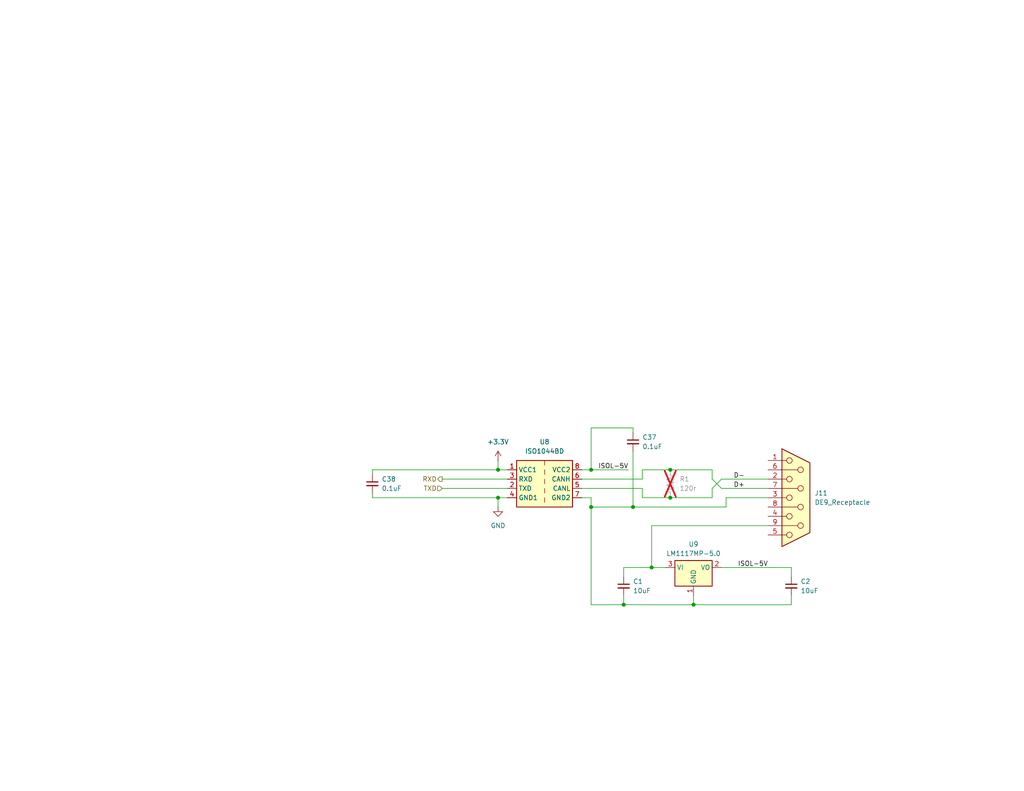
<source format=kicad_sch>
(kicad_sch (version 20231120) (generator "eeschema") (generator_version "8.0")
  (paper "A")
  (title_block (date "mar. 31 mars 2015"))
  (lib_symbols
    (symbol "Connector:DE9_Receptacle" (pin_names (offset 1.016) hide)
      (property "Reference" "J" (at 0 13.97 0))
      (property "Value" "DE9_Receptacle" (at 0 -14.605 0))
      (symbol "DE9_Receptacle_0_1"
        (circle (center -1.778 -10.16) (radius 0.762))
        (circle (center -1.778 -5.08) (radius 0.762))
        (circle (center -1.778 0) (radius 0.762))
        (circle (center -1.778 5.08) (radius 0.762))
        (circle (center -1.778 10.16) (radius 0.762))
        (polyline (pts (xy -3.81 -10.16) (xy -2.54 -10.16)))
        (polyline (pts (xy -3.81 -7.62) (xy 0.508 -7.62)))
        (polyline (pts (xy -3.81 -5.08) (xy -2.54 -5.08)))
        (polyline (pts (xy -3.81 -2.54) (xy 0.508 -2.54)))
        (polyline (pts (xy -3.81 0) (xy -2.54 0)))
        (polyline (pts (xy -3.81 2.54) (xy 0.508 2.54)))
        (polyline (pts (xy -3.81 5.08) (xy -2.54 5.08)))
        (polyline (pts (xy -3.81 7.62) (xy 0.508 7.62)))
        (polyline (pts (xy -3.81 10.16) (xy -2.54 10.16)))
        (polyline (pts (xy -3.81 13.335) (xy -3.81 -13.335) (xy 3.81 -9.525) (xy 3.81 9.525) (xy -3.81 13.335)) (stroke (width 0.254)) (fill (type background)))
        (circle (center 1.27 -7.62) (radius 0.762))
        (circle (center 1.27 -2.54) (radius 0.762))
        (circle (center 1.27 2.54) (radius 0.762))
        (circle (center 1.27 7.62) (radius 0.762))
      )
      (symbol "DE9_Receptacle_1_1"
        (pin passive line (at -7.62 10.16 0) (length 3.81) (name "1") (number "1"))
        (pin passive line (at -7.62 5.08 0) (length 3.81) (name "2") (number "2"))
        (pin passive line (at -7.62 0 0) (length 3.81) (name "3") (number "3"))
        (pin passive line (at -7.62 -5.08 0) (length 3.81) (name "4") (number "4"))
        (pin passive line (at -7.62 -10.16 0) (length 3.81) (name "5") (number "5"))
        (pin passive line (at -7.62 7.62 0) (length 3.81) (name "6") (number "6"))
        (pin passive line (at -7.62 2.54 0) (length 3.81) (name "7") (number "7"))
        (pin passive line (at -7.62 -2.54 0) (length 3.81) (name "8") (number "8"))
        (pin passive line (at -7.62 -7.62 0) (length 3.81) (name "9") (number "9"))
      )
    )
    (symbol "Device:C_Small" (pin_numbers hide) (pin_names (offset 0.254) hide)
      (property "Reference" "C" (at 0.254 1.778 0))
      (property "Value" "C_Small" (at 0.254 -2.032 0))
      (symbol "C_Small_0_1"
        (polyline (pts (xy -1.524 -0.508) (xy 1.524 -0.508)) (stroke (width 0.3302)))
        (polyline (pts (xy -1.524 0.508) (xy 1.524 0.508)) (stroke (width 0.3048)))
      )
      (symbol "C_Small_1_1"
        (pin passive line (at 0 2.54 270) (length 2.032) (name "~") (number "1"))
        (pin passive line (at 0 -2.54 90) (length 2.032) (name "~") (number "2"))
      )
    )
    (symbol "Device:R_US" (pin_numbers hide) (pin_names (offset 0))
      (property "Reference" "R" (at 2.54 0 90))
      (property "Value" "R_US" (at -2.54 0 90))
      (symbol "R_US_0_1"
        (polyline (pts (xy 0 -2.286) (xy 0 -2.54)))
        (polyline (pts (xy 0 2.286) (xy 0 2.54)))
        (polyline (pts (xy 0 -0.762) (xy 1.016 -1.143) (xy 0 -1.524) (xy -1.016 -1.905) (xy 0 -2.286)))
        (polyline (pts (xy 0 0.762) (xy 1.016 0.381) (xy 0 0) (xy -1.016 -0.381) (xy 0 -0.762)))
        (polyline (pts (xy 0 2.286) (xy 1.016 1.905) (xy 0 1.524) (xy -1.016 1.143) (xy 0 0.762)))
      )
      (symbol "R_US_1_1"
        (pin passive line (at 0 3.81 270) (length 1.27) (name "~") (number "1"))
        (pin passive line (at 0 -3.81 90) (length 1.27) (name "~") (number "2"))
      )
    )
    (symbol "Interface_CAN_LIN:ISO1044BD"
      (property "Reference" "U" (at -6.35 6.35 0))
      (property "Value" "ISO1044BD" (at 2.54 6.35 0))
      (symbol "ISO1044BD_0_1"
        (rectangle (start -7.62 5.08) (end 7.62 -7.62) (stroke (width 0.254)) (fill (type background)))
        (polyline (pts (xy 0 -5.08) (xy 0 -6.35)))
        (polyline (pts (xy 0 -2.54) (xy 0 -3.81)))
        (polyline (pts (xy 0 0) (xy 0 -1.27)))
        (polyline (pts (xy 0 2.54) (xy 0 1.27)))
        (polyline (pts (xy 0 5.08) (xy 0 3.81)))
      )
      (symbol "ISO1044BD_1_1"
        (pin power_in line (at -10.16 2.54 0) (length 2.54) (name "VCC1") (number "1"))
        (pin input line (at -10.16 -2.54 0) (length 2.54) (name "TXD") (number "2"))
        (pin output line (at -10.16 0 0) (length 2.54) (name "RXD") (number "3"))
        (pin power_in line (at -10.16 -5.08 0) (length 2.54) (name "GND1") (number "4"))
        (pin bidirectional line (at 10.16 -2.54 180) (length 2.54) (name "CANL") (number "5"))
        (pin bidirectional line (at 10.16 0 180) (length 2.54) (name "CANH") (number "6"))
        (pin power_in line (at 10.16 -5.08 180) (length 2.54) (name "GND2") (number "7"))
        (pin power_in line (at 10.16 2.54 180) (length 2.54) (name "VCC2") (number "8"))
      )
    )
    (symbol "Regulator_Linear:LM1117MP-5.0"
      (property "Reference" "U" (at -3.81 3.175 0))
      (property "Value" "LM1117MP-5.0" (at 0 3.175 0))
      (symbol "LM1117MP-5.0_0_1"
        (rectangle (start -5.08 -5.08) (end 5.08 1.905) (stroke (width 0.254)) (fill (type background)))
      )
      (symbol "LM1117MP-5.0_1_1"
        (pin power_in line (at 0 -7.62 90) (length 2.54) (name "GND") (number "1"))
        (pin power_out line (at 7.62 0 180) (length 2.54) (name "VO") (number "2"))
        (pin power_in line (at -7.62 0 0) (length 2.54) (name "VI") (number "3"))
      )
    )
    (symbol "power:+3.3V" (power) (pin_numbers hide) (pin_names (offset 0) hide)
      (property "Value" "+3.3V" (at 0 3.556 0))
      (symbol "+3.3V_0_1"
        (polyline (pts (xy -0.762 1.27) (xy 0 2.54)))
        (polyline (pts (xy 0 0) (xy 0 2.54)))
        (polyline (pts (xy 0 2.54) (xy 0.762 1.27)))
      )
      (symbol "+3.3V_1_1"
        (pin power_in line (at 0 0 90) (length 0) (name "~") (number "1"))
      )
    )
    (symbol "power:GND" (power) (pin_numbers hide) (pin_names (offset 0) hide)
      (property "Value" "GND" (at 0 -3.81 0))
      (symbol "GND_0_1"
        (polyline (pts (xy 0 0) (xy 0 -1.27) (xy 1.27 -1.27) (xy 0 -2.54) (xy -1.27 -1.27) (xy 0 -1.27)))
      )
      (symbol "GND_1_1"
        (pin power_in line (at 0 0 270) (length 0) (name "~") (number "1"))
      )
    )
  )
  (junction (at 161.29 138.43))
  (junction (at 161.29 128.27))
  (junction (at 182.88 128.27))
  (junction (at 135.89 135.89))
  (junction (at 189.23 165.1))
  (junction (at 177.8 154.94))
  (junction (at 182.88 135.89))
  (junction (at 172.72 138.43))
  (junction (at 135.89 128.27))
  (junction (at 170.18 165.1))
  (wire (pts (xy 161.29 128.27) (xy 171.45 128.27)))
  (wire (pts (xy 170.18 154.94) (xy 177.8 154.94)))
  (wire (pts (xy 170.18 157.48) (xy 170.18 154.94)))
  (wire (pts (xy 194.31 135.89) (xy 194.31 133.35)))
  (wire (pts (xy 198.12 138.43) (xy 172.72 138.43)))
  (wire (pts (xy 175.26 130.81) (xy 175.26 128.27)))
  (wire (pts (xy 101.6 134.62) (xy 101.6 135.89)))
  (wire (pts (xy 172.72 138.43) (xy 161.29 138.43)))
  (wire (pts (xy 181.61 154.94) (xy 177.8 154.94)))
  (wire (pts (xy 161.29 116.84) (xy 161.29 128.27)))
  (wire (pts (xy 177.8 154.94) (xy 177.8 143.51)))
  (wire (pts (xy 135.89 135.89) (xy 138.43 135.89)))
  (wire (pts (xy 198.12 135.89) (xy 198.12 138.43)))
  (wire (pts (xy 135.89 125.73) (xy 135.89 128.27)))
  (wire (pts (xy 120.65 130.81) (xy 138.43 130.81)))
  (wire (pts (xy 170.18 165.1) (xy 161.29 165.1)))
  (wire (pts (xy 196.85 133.35) (xy 194.31 130.81)))
  (wire (pts (xy 175.26 128.27) (xy 182.88 128.27)))
  (wire (pts (xy 101.6 128.27) (xy 101.6 129.54)))
  (wire (pts (xy 182.88 135.89) (xy 194.31 135.89)))
  (wire (pts (xy 158.75 133.35) (xy 175.26 133.35)))
  (wire (pts (xy 189.23 165.1) (xy 215.9 165.1)))
  (wire (pts (xy 120.65 133.35) (xy 138.43 133.35)))
  (wire (pts (xy 138.43 128.27) (xy 135.89 128.27)))
  (wire (pts (xy 182.88 128.27) (xy 194.31 128.27)))
  (wire (pts (xy 198.12 135.89) (xy 209.55 135.89)))
  (wire (pts (xy 135.89 128.27) (xy 101.6 128.27)))
  (wire (pts (xy 196.85 133.35) (xy 209.55 133.35)))
  (wire (pts (xy 175.26 135.89) (xy 182.88 135.89)))
  (wire (pts (xy 158.75 130.81) (xy 175.26 130.81)))
  (wire (pts (xy 215.9 157.48) (xy 215.9 154.94)))
  (wire (pts (xy 175.26 133.35) (xy 175.26 135.89)))
  (wire (pts (xy 172.72 118.11) (xy 172.72 116.84)))
  (wire (pts (xy 172.72 116.84) (xy 161.29 116.84)))
  (wire (pts (xy 158.75 128.27) (xy 161.29 128.27)))
  (wire (pts (xy 101.6 135.89) (xy 135.89 135.89)))
  (wire (pts (xy 161.29 135.89) (xy 161.29 138.43)))
  (wire (pts (xy 172.72 123.19) (xy 172.72 138.43)))
  (wire (pts (xy 177.8 143.51) (xy 209.55 143.51)))
  (wire (pts (xy 196.85 130.81) (xy 209.55 130.81)))
  (wire (pts (xy 194.31 128.27) (xy 194.31 130.81)))
  (wire (pts (xy 189.23 165.1) (xy 170.18 165.1)))
  (wire (pts (xy 161.29 165.1) (xy 161.29 138.43)))
  (wire (pts (xy 189.23 162.56) (xy 189.23 165.1)))
  (wire (pts (xy 196.85 154.94) (xy 215.9 154.94)))
  (wire (pts (xy 215.9 162.56) (xy 215.9 165.1)))
  (wire (pts (xy 170.18 162.56) (xy 170.18 165.1)))
  (wire (pts (xy 135.89 138.43) (xy 135.89 135.89)))
  (wire (pts (xy 194.31 133.35) (xy 196.85 130.81)))
  (wire (pts (xy 158.75 135.89) (xy 161.29 135.89)))
  (label "ISOL-5V" (at 209.55 154.94 180))
  (label "D-" (at 203.2 130.81 180))
  (label "ISOL-5V" (at 171.45 128.27 180))
  (label "D+" (at 203.2 133.35 180))
  (hierarchical_label "RXD" (shape output) (at 120.65 130.81 180))
  (hierarchical_label "TXD" (shape input) (at 120.65 133.35 180))
  (symbol (lib_id "Device:R_US") (at 182.88 132.08 0) (unit 1) (dnp yes)
    (property "Reference" "R1" (at 185.42 130.8099 0) (effects (justify left)))
    (property "Value" "120r" (at 185.42 133.3499 0) (effects (justify left)))
    (property "Description" "Resistor, US symbol" (effects (hide yes)))
  )
  (symbol (lib_id "Device:C_Small") (at 170.18 160.02 0) (unit 1)
    (property "Reference" "C1" (at 172.72 158.7562 0) (effects (justify left)))
    (property "Value" "10uF" (at 172.72 161.2962 0) (effects (justify left)))
    (property "Description" "Unpolarized capacitor, small symbol" (effects (hide yes)))
  )
  (symbol (lib_id "Device:C_Small") (at 172.72 120.65 0) (unit 1)
    (property "Reference" "C37" (at 175.26 119.3862 0) (effects (justify left)))
    (property "Value" "0.1uF" (at 175.26 121.9262 0) (effects (justify left)))
    (property "Description" "Unpolarized capacitor, small symbol" (effects (hide yes)))
  )
  (symbol (lib_id "power:GND") (at 135.89 138.43 0) (unit 1)
    (property "Reference" "#PWR03" (effects (hide yes)))
    (property "Value" "GND" (at 135.89 143.51 0))
    (property "Description" "Power symbol creates a global label with name \"GND\" , ground" (effects (hide yes)))
  )
  (symbol (lib_id "Interface_CAN_LIN:ISO1044BD") (at 148.59 130.81 0) (unit 1)
    (property "Reference" "U8" (at 148.59 120.65 0))
    (property "Value" "ISO1044BD" (at 148.59 123.19 0))
    (property "Footprint" "Package_SO:SOIC-8_3.9x4.9mm_P1.27mm" (effects (hide yes)))
    (property "Datasheet" "https://www.ti.com/lit/ds/symlink/iso1044.pdf" (effects (hide yes)))
    (property "Description" "Isolated CAN FD Transceiver, SOIC-8" (effects (hide yes)))
  )
  (symbol (lib_id "power:+3.3V") (at 135.89 125.73 0) (unit 1)
    (property "Reference" "#PWR02" (effects (hide yes)))
    (property "Value" "+3.3V" (at 135.89 120.65 0))
    (property "Description" "Power symbol creates a global label with name \"+3.3V\"" (effects (hide yes)))
  )
  (symbol (lib_id "Regulator_Linear:LM1117MP-5.0") (at 189.23 154.94 0) (unit 1)
    (property "Reference" "U9" (at 189.23 148.59 0))
    (property "Value" "LM1117MP-5.0" (at 189.23 151.13 0))
    (property "Footprint" "Package_TO_SOT_SMD:SOT-223-3_TabPin2" (effects (hide yes)))
    (property "Datasheet" "http://www.ti.com/lit/ds/symlink/lm1117.pdf" (effects (hide yes)))
    (property "Description" "800mA Low-Dropout Linear Regulator, 5.0V fixed output, SOT-223" (effects (hide yes)))
  )
  (symbol (lib_id "Connector:DE9_Receptacle") (at 217.17 135.89 0) (unit 1)
    (property "Reference" "J11" (at 222.25 134.6199 0) (effects (justify left)))
    (property "Value" "DE9_Receptacle" (at 222.25 137.1599 0) (effects (justify left)))
    (property "Description" "9-pin female receptacle socket D-SUB connector" (effects (hide yes)))
  )
  (symbol (lib_id "Device:C_Small") (at 101.6 132.08 0) (unit 1)
    (property "Reference" "C38" (at 104.14 130.8162 0) (effects (justify left)))
    (property "Value" "0.1uF" (at 104.14 133.3562 0) (effects (justify left)))
    (property "Description" "Unpolarized capacitor, small symbol" (effects (hide yes)))
  )
  (symbol (lib_id "Device:C_Small") (at 215.9 160.02 0) (mirror y) (unit 1)
    (property "Reference" "C2" (at 218.44 158.7562 0) (effects (justify right)))
    (property "Value" "10uF" (at 218.44 161.2962 0) (effects (justify right)))
    (property "Description" "Unpolarized capacitor, small symbol" (effects (hide yes)))
  )
)
</source>
